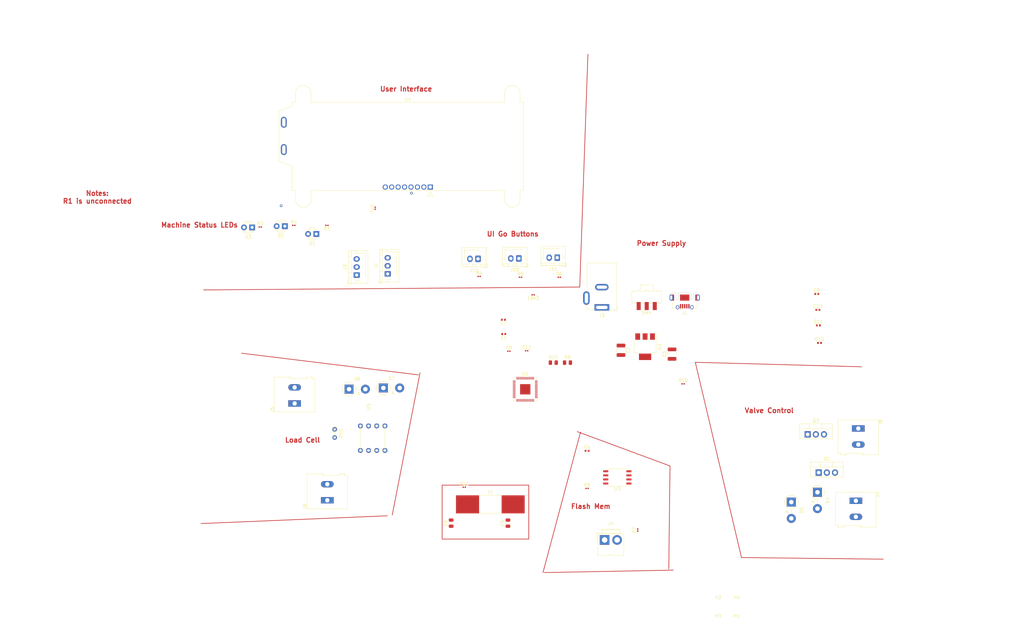
<source format=kicad_pcb>
(kicad_pcb (version 20211014) (generator pcbnew)
  (layers (0 "F.Cu" signal) (31 "B.Cu" signal) (34 "B.Paste" user) (35 "F.Paste" user) (36 "B.SilkS" user "B.Silkscreen") (37 "F.SilkS" user "F.Silkscreen") (38 "B.Mask" user) (39 "F.Mask" user) (44 "Edge.Cuts" user))
  (net 0 "")
  (net 1 "Net-(1u1-Pad1)")
  (net 2 "Net-(1u1-Pad2)")
  (net 3 "+3.3V")
  (net 4 "/S_SCL")
  (net 5 "GND")
  (net 6 "Net-(C1-Pad2)")
  (net 7 "Net-(C2-Pad1)")
  (net 8 "Net-(C5-Pad2)")
  (net 9 "Net-(C6-Pad2)")
  (net 10 "Net-(D1-Pad1)")
  (net 11 "/LED1")
  (net 12 "Net-(D2-Pad1)")
  (net 13 "/LED2")
  (net 14 "Net-(D3-Pad1)")
  (net 15 "/LED3")
  (net 16 "Net-(J7-Pad1)")
  (net 17 "Net-(D5-Pad1)")
  (net 18 "/ADC0")
  (net 19 "Net-(J1-Pad1)")
  (net 20 "/USB_D-")
  (net 21 "/USB_D+")
  (net 23 "+12V")
  (net 25 "Net-(J4-Pad2)")
  (net 26 "/Load_cell-")
  (net 27 "/Load_cell+")
  (net 28 "/V1")
  (net 29 "/V2")
  (net 31 "/SW1")
  (net 32 "/SW2")
  (net 33 "/SW3")
  (net 34 "/QSPI_SS")
  (net 35 "Net-(R9-Pad2)")
  (net 36 "/S_SDA")
  (net 37 "Net-(R11-Pad2)")
  (net 38 "Net-(R12-Pad1)")
  (net 39 "Net-(R12-Pad2)")
  (net 40 "Net-(R15-Pad2)")
  (net 41 "/P1")
  (net 42 "/P2")
  (net 64 "/QSPI_SD3")
  (net 65 "/QSPI_SCLK")
  (net 66 "/QSPI_SD0")
  (net 67 "/QSPI_SD2")
  (net 68 "/QSPI_SD1")
  (footprint "Crystal:Crystal_SMD_SeikoEpson_MA505-2Pin_12.7x5.1mm_HandSoldering" (layer "F.Cu") (at 91.4645 145.288)
    (fp_text reference "Y1" (at 0 -3.8) (layer "F.SilkS"))
    (fp_text value "Crystal")
    (pad "1" smd rect (at -7.0875 0) (size 7.175 5.6) (layers "F.Cu" "F.Paste" "F.Mask") (net 9 "Net-(C6-Pad2)"))
    (pad "2" smd rect (at 7.0875 0) (size 7.175 5.6) (layers "F.Cu" "F.Paste" "F.Mask") (net 8 "Net-(C5-Pad2)"))
  )
  (footprint "Diode_THT:D_5W_P5.08mm_Vertical_AnodeUp" (layer "F.Cu") (at 47.52395 109.474)
    (fp_text reference "D6" (at 2.54 -3.174899) (layer "F.SilkS"))
    (fp_text value "D")
    (fp_text user "A" (at 2.98 1.4) (layer "F.SilkS"))
    (pad "1" thru_hole rect (at 0 0) (size 2.8 2.8) (drill 1.4) (layers *.Cu *.Mask) (net 3 "+3.3V"))
    (pad "2" thru_hole oval (at 5.08 0) (size 2.8 2.8) (drill 1.4) (layers *.Cu *.Mask) (net 18 "/ADC0"))
  )
  (footprint "Display:NHD-C0220BiZ" (layer "F.Cu") (at 65.786 30.734)
    (fp_text reference "U4" (at 0 -11.43) (layer "F.SilkS"))
    (fp_text value "NHD-C0220BIZ")
    (pad "" np_thru_hole circle (at -32.5 -13.3) (size 2.5 2.5) (drill 2.5) (layers *.Cu *.Mask))
    (pad "" np_thru_hole circle (at -32.5 19.8) (size 2.5 2.5) (drill 2.5) (layers *.Cu *.Mask))
    (pad "" np_thru_hole circle (at 32.5 19.8) (size 2.5 2.5) (drill 2.5) (layers *.Cu *.Mask))
    (pad "" np_thru_hole circle (at 32.5 -13.3) (size 2.5 2.5) (drill 2.5) (layers *.Cu *.Mask))
    (pad "1" thru_hole rect (at 7 15.9) (size 1.6 1.6) (drill 1) (layers *.Cu *.Mask))
    (pad "2" thru_hole circle (at 5 15.9) (size 1.6 1.6) (drill 1) (layers *.Cu *.Mask) (net 4 "/S_SCL"))
    (pad "3" thru_hole circle (at 3 15.9) (size 1.6 1.6) (drill 1) (layers *.Cu *.Mask) (net 36 "/S_SDA"))
    (pad "4" thru_hole circle (at 1 15.9) (size 1.6 1.6) (drill 1) (layers *.Cu *.Mask) (net 5 "GND"))
    (pad "5" thru_hole circle (at -1 15.9) (size 1.6 1.6) (drill 1) (layers *.Cu *.Mask) (net 3 "+3.3V"))
    (pad "6" thru_hole circle (at -3 15.9) (size 1.6 1.6) (drill 1) (layers *.Cu *.Mask))
    (pad "7" thru_hole circle (at -5 15.9) (size 1.6 1.6) (drill 1) (layers *.Cu *.Mask) (net 1 "Net-(1u1-Pad1)"))
    (pad "8" thru_hole circle (at -7 15.9) (size 1.6 1.6) (drill 1) (layers *.Cu *.Mask) (net 2 "Net-(1u1-Pad2)"))
    (pad "9" thru_hole oval (at -38.55 4.25) (size 1.8 3.4) (drill oval 1 2.6) (layers *.Cu *.Mask) (net 3 "+3.3V"))
    (pad "10" thru_hole oval (at -38.55 -4.25) (size 1.8 3.4) (drill oval 1 2.6) (layers *.Cu *.Mask) (net 5 "GND"))
  )
  (footprint "Resistor_SMD:R_0201_0603Metric" (layer "F.Cu") (at 151.384 107.823)
    (fp_text reference "R10" (at 0 -1.05) (layer "F.SilkS"))
    (fp_text value "R")
    (pad "1" smd roundrect (at -0.32 0) (size 0.46 0.4) (layers "F.Cu" "F.Mask") (net 3 "+3.3V"))
    (pad "2" smd roundrect (at 0.32 0) (size 0.46 0.4) (layers "F.Cu" "F.Mask") (net 36 "/S_SDA"))
  )
  (footprint "Amplifier_Instrumentation:AD622" (layer "F.Cu") (at 53.594 115.822)
    (fp_text reference "U5" (at 0 -0.887 90 unlocked) (layer "F.SilkS"))
    (fp_text value "AD622")
    (pad "1" thru_hole circle (at -2.54 12.7) (size 1.524 1.524) (drill 0.762) (layers *.Cu *.Mask) (net 39 "Net-(R12-Pad2)"))
    (pad "2" thru_hole circle (at 0 12.7) (size 1.524 1.524) (drill 0.762) (layers *.Cu *.Mask) (net 27 "/Load_cell+"))
    (pad "3" thru_hole circle (at 2.54 12.7) (size 1.524 1.524) (drill 0.762) (layers *.Cu *.Mask) (net 26 "/Load_cell-"))
    (pad "4" thru_hole circle (at 5.08 12.7) (size 1.524 1.524) (drill 0.762) (layers *.Cu *.Mask) (net 5 "GND"))
    (pad "5" thru_hole circle (at 5.08 5.08) (size 1.524 1.524) (drill 0.762) (layers *.Cu *.Mask) (net 5 "GND"))
    (pad "6" thru_hole circle (at 2.54 5.08) (size 1.524 1.524) (drill 0.762) (layers *.Cu *.Mask) (net 18 "/ADC0"))
    (pad "7" thru_hole circle (at 0 5.08) (size 1.524 1.524) (drill 0.762) (layers *.Cu *.Mask) (net 23 "+12V"))
    (pad "8" thru_hole circle (at -2.54 5.08) (size 1.524 1.524) (drill 0.762) (layers *.Cu *.Mask) (net 38 "Net-(R12-Pad1)"))
  )
  (footprint "Connector_BarrelJack:BarrelJack_GCT_DCJ200-10-A_Horizontal" (layer "F.Cu") (at 126.126 84.049 180)
    (fp_text reference "J3" (at 0 -2.5 180) (layer "F.SilkS"))
    (fp_text value "Barrel_Jack_Switch")
    (pad "1" thru_hole rect (at 0 0 180) (size 4.6 2) (drill oval 3.6 1) (layers *.Cu *.Mask) (net 23 "+12V"))
    (pad "2" thru_hole oval (at 0 6.3 180) (size 4.2 2) (drill oval 3.2 1) (layers *.Cu *.Mask) (net 5 "GND"))
    (pad "3" thru_hole oval (at 4.8 2.9 180) (size 2 4.2) (drill oval 1 3.2) (layers *.Cu *.Mask))
  )
  (footprint "Resistor_SMD:R_0201_0603Metric" (layer "F.Cu") (at 137.287 153.289 90)
    (fp_text reference "R7" (at 0 -1.05 90) (layer "F.SilkS"))
    (fp_text value "1K")
    (pad "1" smd roundrect (at -0.32 0 90) (size 0.46 0.4) (layers "F.Cu" "F.Mask") (net 25 "Net-(J4-Pad2)"))
    (pad "2" smd roundrect (at 0.32 0 90) (size 0.46 0.4) (layers "F.Cu" "F.Mask") (net 34 "/QSPI_SS"))
  )
  (footprint "Connector:JWT_A3963_1x02_P3.96mm_Vertical" (layer "F.Cu") (at 126.9975 156.349)
    (fp_text reference "J4" (at 1.91 -5.08) (layer "F.SilkS"))
    (fp_text value "USB_BOOT")
    (pad "1" thru_hole rect (at 0 0) (size 3 3) (drill 1.75) (layers *.Cu *.Mask) (net 5 "GND"))
    (pad "2" thru_hole circle (at 3.88 0) (size 3 3) (drill 1.75) (layers *.Cu *.Mask) (net 25 "Net-(J4-Pad2)"))
  )
  (footprint "Diode_THT:D_5W_P5.08mm_Vertical_AnodeUp" (layer "F.Cu") (at 185.039 144.58095 -90)
    (fp_text reference "D5" (at 2.54 -3.174899 90) (layer "F.SilkS"))
    (fp_text value "DIODE")
    (fp_text user "A" (at 2.98 1.4 90) (layer "F.SilkS"))
    (pad "1" thru_hole rect (at 0 0 270) (size 2.8 2.8) (drill 1.4) (layers *.Cu *.Mask) (net 17 "Net-(D5-Pad1)"))
    (pad "2" thru_hole oval (at 5.08 0 270) (size 2.8 2.8) (drill 1.4) (layers *.Cu *.Mask) (net 23 "+12V"))
  )
  (footprint "Resistor_SMD:R_0201_0603Metric" (layer "F.Cu") (at 121.539 140.335)
    (fp_text reference "R8" (at 0 -1.05) (layer "F.SilkS"))
    (fp_text value "DNF")
    (pad "1" smd roundrect (at -0.32 0) (size 0.46 0.4) (layers "F.Cu" "F.Mask") (net 3 "+3.3V"))
    (pad "2" smd roundrect (at 0.32 0) (size 0.46 0.4) (layers "F.Cu" "F.Mask") (net 34 "/QSPI_SS"))
  )
  (footprint "Resistor_SMD:R_0201_0603Metric" (layer "F.Cu") (at 40.64 58.547 180)
    (fp_text reference "R1" (at 0 -1.05) (layer "F.SilkS"))
    (fp_text value "1K")
    (pad "1" smd roundrect (at -0.32 0 180) (size 0.46 0.4) (layers "F.Cu" "F.Mask"))
    (pad "2" smd roundrect (at 0.32 0 180) (size 0.46 0.4) (layers "F.Cu" "F.Mask") (net 10 "Net-(D1-Pad1)"))
  )
  (footprint "TerminalBlock:TerminalBlock_Altech_AK300-2_P5.00mm" (layer "F.Cu") (at 205.105 144.174 -90)
    (fp_text reference "J7" (at -1.92 -6.99 90) (layer "F.SilkS"))
    (fp_text value "Inductor 1")
    (pad "1" thru_hole rect (at 0 0 270) (size 1.98 3.96) (drill 1.32) (layers *.Cu *.Mask) (net 16 "Net-(J7-Pad1)"))
    (pad "2" thru_hole oval (at 5 0 270) (size 1.98 3.96) (drill 1.32) (layers *.Cu *.Mask) (net 23 "+12V"))
  )
  (footprint "Connector_JST:JST_XH_B3B-XH-AM_1x03_P2.50mm_Vertical" (layer "F.Cu") (at 49.894 74.001 90)
    (fp_text reference "J9" (at 2.5 -3.55 90) (layer "F.SilkS"))
    (fp_text value "Pot 2")
    (pad "" np_thru_hole circle (at -1.6 2 90) (size 1.2 1.2) (drill 1.2) (layers *.Cu *.Mask))
    (pad "1" thru_hole roundrect (at 0 0 90) (size 1.7 1.95) (drill 0.95) (layers *.Cu *.Mask) (roundrect_rratio 0.147059) (net 5 "GND"))
    (pad "2" thru_hole oval (at 2.5 0 90) (size 1.7 1.95) (drill 0.95) (layers *.Cu *.Mask) (net 42 "/P2"))
    (pad "3" thru_hole oval (at 5 0 90) (size 1.7 1.95) (drill 0.95) (layers *.Cu *.Mask) (net 3 "+3.3V"))
  )
  (footprint "Package_TO_SOT_SMD:SOT-223-3_TabPin2" (layer "F.Cu") (at 139.573 96.266 -90)
    (fp_text reference "U2" (at 0 -4.5 90) (layer "F.SilkS"))
    (fp_text value "NCP1117-3.3_SOT223")
    (pad "1" smd rect (at -3.15 -2.3 270) (size 2 1.5) (layers "F.Cu" "F.Paste" "F.Mask") (net 5 "GND"))
    (pad "2" smd rect (at -3.15 0 270) (size 2 1.5) (layers "F.Cu" "F.Paste" "F.Mask") (net 3 "+3.3V"))
    (pad "2" smd rect (at 3.15 0 270) (size 2 3.8) (layers "F.Cu" "F.Paste" "F.Mask") (net 3 "+3.3V"))
    (pad "3" smd rect (at -3.15 2.3 270) (size 2 1.5) (layers "F.Cu" "F.Paste" "F.Mask") (net 7 "Net-(C2-Pad1)"))
  )
  (footprint "Resistor_SMD:R_0201_0603Metric" (layer "F.Cu") (at 30.353 58.547)
    (fp_text reference "R2" (at 0 -1.05) (layer "F.SilkS"))
    (fp_text value "1K")
    (pad "1" smd roundrect (at -0.32 0) (size 0.46 0.4) (layers "F.Cu" "F.Mask") (net 5 "GND"))
    (pad "2" smd roundrect (at 0.32 0) (size 0.46 0.4) (layers "F.Cu" "F.Mask") (net 12 "Net-(D2-Pad1)"))
  )
  (footprint "TerminalBlock:TerminalBlock_Altech_AK300-2_P5.00mm" (layer "F.Cu") (at 205.867 121.695 -90)
    (fp_text reference "J8" (at -1.92 -6.99 90) (layer "F.SilkS"))
    (fp_text value "Inductor 2")
    (pad "1" thru_hole rect (at 0 0 270) (size 1.98 3.96) (drill 1.32) (layers *.Cu *.Mask) (net 17 "Net-(D5-Pad1)"))
    (pad "2" thru_hole oval (at 5 0 270) (size 1.98 3.96) (drill 1.32) (layers *.Cu *.Mask) (net 23 "+12V"))
  )
  (footprint "Resistor_SMD:R_0201_0603Metric" (layer "F.Cu") (at 104.775 80.137 180)
    (fp_text reference "10k2" (at 0 -1.05) (layer "F.SilkS"))
    (fp_text value "R")
    (pad "1" smd roundrect (at -0.32 0 180) (size 0.46 0.4) (layers "F.Cu" "F.Mask") (net 3 "+3.3V"))
    (pad "2" smd roundrect (at 0.32 0 180) (size 0.46 0.4) (layers "F.Cu" "F.Mask") (net 4 "/S_SCL"))
  )
  (footprint "LED_THT:LED_D3.0mm" (layer "F.Cu") (at 17.404 59.182 180)
    (fp_text reference "D3" (at 1.27 -2.96) (layer "F.SilkS"))
    (fp_text value "LED")
    (pad "1" thru_hole rect (at 0 0 180) (size 1.8 1.8) (drill 0.9) (layers *.Cu *.Mask) (net 14 "Net-(D3-Pad1)"))
    (pad "2" thru_hole circle (at 2.54 0 180) (size 1.8 1.8) (drill 0.9) (layers *.Cu *.Mask) (net 15 "/LED3"))
  )
  (footprint "Resistor_SMD:R_0201_0603Metric" (layer "F.Cu") (at 19.939 59.055)
    (fp_text reference "R3" (at 0 -1.05) (layer "F.SilkS"))
    (fp_text value "1K")
    (pad "1" smd roundrect (at -0.32 0) (size 0.46 0.4) (layers "F.Cu" "F.Mask") (net 5 "GND"))
    (pad "2" smd roundrect (at 0.32 0) (size 0.46 0.4) (layers "F.Cu" "F.Mask") (net 14 "Net-(D3-Pad1)"))
  )
  (footprint "LED_THT:LED_D3.0mm" (layer "F.Cu") (at 37.343 61.214 180)
    (fp_text reference "D1" (at 1.27 -2.96) (layer "F.SilkS"))
    (fp_text value "LED")
    (pad "1" thru_hole rect (at 0 0 180) (size 1.8 1.8) (drill 0.9) (layers *.Cu *.Mask) (net 10 "Net-(D1-Pad1)"))
    (pad "2" thru_hole circle (at 2.54 0 180) (size 1.8 1.8) (drill 0.9) (layers *.Cu *.Mask) (net 11 "/LED1"))
  )
  (footprint "Capacitor_SMD:C_0201_0603Metric" (layer "F.Cu") (at 55.626 53.213 90)
    (fp_text reference "1u1" (at 0 -1.05 90) (layer "F.SilkS"))
    (fp_text value "C")
    (pad "1" smd roundrect (at -0.32 0 90) (size 0.46 0.4) (layers "F.Cu" "F.Mask") (net 1 "Net-(1u1-Pad1)"))
    (pad "2" smd roundrect (at 0.32 0 90) (size 0.46 0.4) (layers "F.Cu" "F.Mask") (net 2 "Net-(1u1-Pad2)"))
  )
  (footprint "MountingHole:MountingHole_2.1mm" (layer "F.Cu") (at 162.271 183.184)
    (fp_text reference "H3" (at 0 -3.2) (layer "F.SilkS"))
    (fp_text value "MountingHole")
    (pad "" np_thru_hole circle (at 0 0) (size 2.1 2.1) (drill 2.1) (layers *.Cu *.Mask))
  )
  (footprint "LED_THT:LED_D3.0mm" (layer "F.Cu") (at 27.559 58.801 180)
    (fp_text reference "D2" (at 1.27 -2.96) (layer "F.SilkS"))
    (fp_text value "LED")
    (pad "1" thru_hole rect (at 0 0 180) (size 1.8 1.8) (drill 0.9) (layers *.Cu *.Mask) (net 12 "Net-(D2-Pad1)"))
    (pad "2" thru_hole circle (at 2.54 0 180) (size 1.8 1.8) (drill 0.9) (layers *.Cu *.Mask) (net 13 "/LED2"))
  )
  (footprint "Capacitor_SMD:C_0805_2012Metric" (layer "F.Cu") (at 79.2725 151.13 90)
    (fp_text reference "C6" (at 0 -1.68 90) (layer "F.SilkS"))
    (fp_text value "27p")
    (pad "1" smd roundrect (at -0.95 0 90) (size 1 1.45) (layers "F.Cu" "F.Paste" "F.Mask") (net 5 "GND"))
    (pad "2" smd roundrect (at 0.95 0 90) (size 1 1.45) (layers "F.Cu" "F.Paste" "F.Mask") (net 9 "Net-(C6-Pad2)"))
  )
  (footprint "Resistor_THT:R_Axial_DIN0204_L3.6mm_D1.6mm_P2.54mm_Vertical" (layer "F.Cu") (at 43.053 121.97 -90)
    (fp_text reference "R12" (at 1.27 -1.92 90) (layer "F.SilkS"))
    (fp_text value "R")
    (pad "1" thru_hole circle (at 0 0 270) (size 1.4 1.4) (drill 0.7) (layers *.Cu *.Mask) (net 38 "Net-(R12-Pad1)"))
    (pad "2" thru_hole oval (at 2.54 0 270) (size 1.4 1.4) (drill 0.7) (layers *.Cu *.Mask) (net 39 "Net-(R12-Pad2)"))
  )
  (footprint "Connector_JST:JST_XH_B2B-XH-AM_1x02_P2.50mm_Vertical" (layer "F.Cu") (at 87.63 68.961 180)
    (fp_text reference "J12" (at 1.25 -3.55) (layer "F.SilkS"))
    (fp_text value "Switch 1")
    (pad "" np_thru_hole circle (at -1.6 2 180) (size 1.2 1.2) (drill 1.2) (layers *.Cu *.Mask))
    (pad "1" thru_hole roundrect (at 0 0 180) (size 1.7 2) (drill 1) (layers *.Cu *.Mask) (roundrect_rratio 0.147059) (net 31 "/SW1"))
    (pad "2" thru_hole oval (at 2.5 0 180) (size 1.7 2) (drill 1) (layers *.Cu *.Mask) (net 5 "GND"))
  )
  (footprint "MountingHole:MountingHole_2.1mm" (layer "F.Cu") (at 168.021 177.434)
    (fp_text reference "H4" (at 0 -3.2) (layer "F.SilkS"))
    (fp_text value "MountingHole")
    (pad "" np_thru_hole circle (at 0 0) (size 2.1 2.1) (drill 2.1) (layers *.Cu *.Mask))
  )
  (footprint "MountingHole:MountingHole_2.1mm" (layer "F.Cu") (at 168.021 183.184)
    (fp_text reference "H1" (at 0 -3.2) (layer "F.SilkS"))
    (fp_text value "MountingHole")
    (pad "" np_thru_hole circle (at 0 0) (size 2.1 2.1) (drill 2.1) (layers *.Cu *.Mask))
  )
  (footprint "Capacitor_SMD:C_0402_1005Metric" (layer "F.Cu") (at 121.539 128.651)
    (fp_text reference "C4" (at 0 -1.16) (layer "F.SilkS"))
    (fp_text value "100n")
    (pad "1" smd roundrect (at -0.48 0) (size 0.56 0.62) (layers "F.Cu" "F.Paste" "F.Mask") (net 3 "+3.3V"))
    (pad "2" smd roundrect (at 0.48 0) (size 0.56 0.62) (layers "F.Cu" "F.Paste" "F.Mask") (net 5 "GND"))
  )
  (footprint "Capacitor_SMD:C_0805_2012Metric" (layer "F.Cu") (at 96.9255 151.13 90)
    (fp_text reference "C5" (at 0 -1.68 90) (layer "F.SilkS"))
    (fp_text value "27p")
    (pad "1" smd roundrect (at -0.95 0 90) (size 1 1.45) (layers "F.Cu" "F.Paste" "F.Mask") (net 5 "GND"))
    (pad "2" smd roundrect (at 0.95 0 90) (size 1 1.45) (layers "F.Cu" "F.Paste" "F.Mask") (net 8 "Net-(C5-Pad2)"))
  )
  (footprint "Connector_USB:USB_Micro-AB_Molex_47590-0001" (layer "F.Cu") (at 151.892 81.001 180)
    (fp_text reference "J1" (at 0 -4.8) (layer "F.SilkS"))
    (fp_text value "USB_B_Micro")
    (fp_line (start 2.8 1.45) (end 3.75 1.45) (layer "Edge.Cuts") (width 0.1))
    (fp_line (start -1.95 -0.125) (end -1.95 1.45) (layer "Edge.Cuts") (width 0.1))
    (fp_line (start 2.8 -0.125) (end 2.8 1.45) (layer "Edge.Cuts") (width 0.1))
    (fp_line (start 1.95 -0.125) (end 1.95 1.45) (layer "Edge.Cuts") (width 0.1))
    (fp_line (start -2.8 -0.125) (end -2.8 1.45) (layer "Edge.Cuts") (width 0.1))
    (fp_line (start -3.75 1.45) (end -2.8 1.45) (layer "Edge.Cuts") (width 0.1))
    (fp_line (start -1.95 1.45) (end 1.95 1.45) (layer "Edge.Cuts") (width 0.1))
    (fp_arc (start -2.8 -0.125) (mid -2.375 -0.55) (end -1.95 -0.125) (layer "Edge.Cuts") (width 0.1))
    (fp_arc (start 1.95 -0.125) (mid 2.375 -0.55) (end 2.8 -0.125) (layer "Edge.Cuts") (width 0.1))
    (pad "1" smd rect (at 1.3 -2.675 180) (size 0.4 1.35) (layers "F.Cu" "F.Paste" "F.Mask") (net 19 "Net-(J1-Pad1)"))
    (pad "2" smd rect (at 0.65 -2.675 180) (size 0.4 1.35) (layers "F.Cu" "F.Paste" "F.Mask") (net 20 "/USB_D-"))
    (pad "3" smd rect (at 0 -2.675 180) (size 0.4 1.35) (layers "F.Cu" "F.Paste" "F.Mask") (net 21 "/USB_D+"))
    (pad "4" smd rect (at -0.65 -2.675 180) (size 0.4 1.35) (layers "F.Cu" "F.Paste" "F.Mask"))
    (pad "5" smd rect (at -1.3 -2.675 180) (size 0.4 1.35) (layers "F.Cu" "F.Paste" "F.Mask") (net 5 "GND"))
    (pad "6" thru_hole oval (at -2.225 -3 180) (size 1.05 1.25) (drill oval 0.65 0.85) (layers *.Cu *.Mask) (net 5 "GND"))
    (pad "6" thru_hole oval (at 4.175 0 180) (size 1 1.9) (drill oval 0.6 1.3) (layers *.Cu *.Mask) (net 5 "GND"))
    (pad "6" thru_hole oval (at 2.225 -3 180) (size 1.05 1.25) (drill oval 0.65 0.85) (layers *.Cu *.Mask) (net 5 "GND"))
    (pad "6" smd rect (at -3.7375 0 180) (size 0.875 1.9) (layers "F.Cu" "F.Mask") (net 5 "GND"))
    (pad "6" thru_hole oval (at -4.175 0 180) (size 1 1.9) (drill oval 0.6 1.3) (layers *.Cu *.Mask) (net 5 "GND"))
    (pad "6" smd rect (at 3.7375 0 180) (size 0.875 1.9) (layers "F.Cu" "F.Mask") (net 5 "GND"))
    (pad "6" smd rect (at 0 0 180) (size 2.9 1.9) (layers "F.Cu" "F.Paste" "F.Mask") (net 5 "GND"))
  )
  (footprint "Resistor_SMD:R_0201_0603Metric" (layer "F.Cu") (at 83.3365 139.954)
    (fp_text reference "R11" (at 0 -1.05) (layer "F.SilkS"))
    (fp_text value "1k")
    (pad "1" smd roundrect (at -0.32 0) (size 0.46 0.4) (layers "F.Cu" "F.Mask") (net 9 "Net-(C6-Pad2)"))
    (pad "2" smd roundrect (at 0.32 0) (size 0.46 0.4) (layers "F.Cu" "F.Mask") (net 37 "Net-(R11-Pad2)"))
  )
  (footprint "Connector_JST:JST_XH_B2B-XH-AM_1x02_P2.50mm_Vertical" (layer "F.Cu") (at 112.268 68.58 180)
    (fp_text reference "J11" (at 1.25 -3.55) (layer "F.SilkS"))
    (fp_text value "Switch 3")
    (pad "" np_thru_hole circle (at -1.6 2 180) (size 1.2 1.2) (drill 1.2) (layers *.Cu *.Mask))
    (pad "1" thru_hole roundrect (at 0 0 180) (size 1.7 2) (drill 1) (layers *.Cu *.Mask) (roundrect_rratio 0.147059) (net 33 "/SW3"))
    (pad "2" thru_hole oval (at 2.5 0 180) (size 1.7 2) (drill 1) (layers *.Cu *.Mask) (net 5 "GND"))
  )
  (footprint "Package_DFN_QFN:QFN-56-1EP_7x7mm_P0.4mm_EP3.2x3.2mm" (layer "F.Cu") (at 102.3095 109.51)
    (fp_text reference "U1" (at 0 -4.82) (layer "F.SilkS"))
    (fp_text value "RP2040")
    (pad "1" smd roundrect locked (at -3.4375 -2.6) (size 0.875 0.2) (layers "F.Cu" "F.Paste" "F.Mask") (net 3 "+3.3V"))
    (pad "2" smd roundrect locked (at -3.4375 -2.2) (size 0.875 0.2) (layers "F.Cu" "F.Paste" "F.Mask") (net 28 "/V1"))
    (pad "3" smd roundrect locked (at -3.4375 -1.8) (size 0.875 0.2) (layers "F.Cu" "F.Paste" "F.Mask") (net 29 "/V2"))
    (pad "4" smd roundrect locked (at -3.4375 -1.4) (size 0.875 0.2) (layers "F.Cu" "F.Paste" "F.Mask"))
    (pad "5" smd roundrect locked (at -3.4375 -1) (size 0.875 0.2) (layers "F.Cu" "F.Paste" "F.Mask"))
    (pad "6" smd roundrect locked (at -3.4375 -0.6) (size 0.875 0.2) (layers "F.Cu" "F.Paste" "F.Mask") (net 36 "/S_SDA"))
    (pad "7" smd roundrect locked (at -3.4375 -0.2) (size 0.875 0.2) (layers "F.Cu" "F.Paste" "F.Mask") (net 4 "/S_SCL"))
    (pad "8" smd roundrect locked (at -3.4375 0.2) (size 0.875 0.2) (layers "F.Cu" "F.Paste" "F.Mask") (net 11 "/LED1"))
    (pad "9" smd roundrect locked (at -3.4375 0.6) (size 0.875 0.2) (layers "F.Cu" "F.Paste" "F.Mask") (net 13 "/LED2"))
    (pad "10" smd roundrect locked (at -3.4375 1) (size 0.875 0.2) (layers "F.Cu" "F.Paste" "F.Mask") (net 3 "+3.3V"))
    (pad "11" smd roundrect locked (at -3.4375 1.4) (size 0.875 0.2) (layers "F.Cu" "F.Paste" "F.Mask") (net 15 "/LED3"))
    (pad "12" smd roundrect locked (at -3.4375 1.8) (size 0.875 0.2) (layers "F.Cu" "F.Paste" "F.Mask") (net 31 "/SW1"))
    (pad "13" smd roundrect locked (at -3.4375 2.2) (size 0.875 0.2) (layers "F.Cu" "F.Paste" "F.Mask") (net 32 "/SW2"))
    (pad "14" smd roundrect locked (at -3.4375 2.6) (size 0.875 0.2) (layers "F.Cu" "F.Paste" "F.Mask") (net 33 "/SW3"))
    (pad "15" smd roundrect locked (at -2.6 3.4375) (size 0.2 0.875) (layers "F.Cu" "F.Paste" "F.Mask"))
    (pad "16" smd roundrect locked (at -2.2 3.4375) (size 0.2 0.875) (layers "F.Cu" "F.Paste" "F.Mask"))
    (pad "17" smd roundrect locked (at -1.8 3.4375) (size 0.2 0.875) (layers "F.Cu" "F.Paste" "F.Mask"))
    (pad "18" smd roundrect locked (at -1.4 3.4375) (size 0.2 0.875) (layers "F.Cu" "F.Paste" "F.Mask"))
    (pad "19" smd roundrect locked (at -1 3.4375) (size 0.2 0.875) (layers "F.Cu" "F.Paste" "F.Mask"))
    (pad "20" smd roundrect locked (at -0.6 3.4375) (size 0.2 0.875) (layers "F.Cu" "F.Paste" "F.Mask") (net 8 "Net-(C5-Pad2)"))
    (pad "21" smd roundrect locked (at -0.2 3.4375) (size 0.2 0.875) (layers "F.Cu" "F.Paste" "F.Mask") (net 37 "Net-(R11-Pad2)"))
    (pad "22" smd roundrect locked (at 0.2 3.4375) (size 0.2 0.875) (layers "F.Cu" "F.Paste" "F.Mask") (net 3 "+3.3V"))
    (pad "23" smd roundrect locked (at 0.6 3.4375) (size 0.2 0.875) (layers "F.Cu" "F.Paste" "F.Mask") (net 6 "Net-(C1-Pad2)"))
    (pad "24" smd roundrect locked (at 1 3.4375) (size 0.2 0.875) (layers "F.Cu" "F.Paste" "F.Mask"))
    (pad "25" smd roundrect locked (at 1.4 3.4375) (size 0.2 0.875) (layers "F.Cu" "F.Paste" "F.Mask"))
    (pad "26" smd roundrect locked (at 1.8 3.4375) (size 0.2 0.875) (layers "F.Cu" "F.Paste" "F.Mask"))
    (pad "27" smd roundrect locked (at 2.2 3.4375) (size 0.2 0.875) (layers "F.Cu" "F.Paste" "F.Mask"))
    (pad "28" smd roundrect locked (at 2.6 3.4375) (size 0.2 0.875) (layers "F.Cu" "F.Paste" "F.Mask"))
    (pad "29" smd roundrect locked (at 3.4375 2.6) (size 0.875 0.2) (layers "F.Cu" "F.Paste" "F.Mask"))
    (pad "30" smd roundrect locked (at 3.4375 2.2) (size 0.875 0.2) (layers "F.Cu" "F.Paste" "F.Mask"))
    (pad "31" smd roundrect locked (at 3.4375 1.8) (size 0.875 0.2) (layers "F.Cu" "F.Paste" "F.Mask"))
    (pad "32" smd roundrect locked (at 3.4375 1.4) (size 0.875 0.2) (layers "F.Cu" "F.Paste" "F.Mask"))
    (pad "33" smd roundrect locked (at 3.4375 1) (size 0.875 0.2) (layers "F.Cu" "F.Paste" "F.Mask") (net 3 "+3.3V"))
    (pad "34" smd roundrect locked (at 3.4375 0.6) (size 0.875 0.2) (layers "F.Cu" "F.Paste" "F.Mask"))
    (pad "35" smd roundrect locked (at 3.4375 0.2) (size 0.875 0.2) (layers "F.Cu" "F.Paste" "F.Mask"))
    (pad "36" smd roundrect locked (at 3.4375 -0.2) (size 0.875 0.2) (layers "F.Cu" "F.Paste" "F.Mask"))
    (pad "37" smd roundrect locked (at 3.4375 -0.6) (size 0.875 0.2) (layers "F.Cu" "F.Paste" "F.Mask"))
    (pad "38" smd roundrect locked (at 3.4375 -1) (size 0.875 0.2) (layers "F.Cu" "F.Paste" "F.Mask") (net 18 "/ADC0"))
    (pad "39" smd roundrect locked (at 3.4375 -1.4) (size 0.875 0.2) (layers "F.Cu" "F.Paste" "F.Mask") (net 41 "/P1"))
    (pad "40" smd roundrect locked (at 3.4375 -1.8) (size 0.875 0.2) (layers "F.Cu" "F.Paste" "F.Mask") (net 42 "/P2"))
    (pad "41" smd roundrect locked (at 3.4375 -2.2) (size 0.875 0.2) (layers "F.Cu" "F.Paste" "F.Mask"))
    (pad "42" smd roundrect locked (at 3.4375 -2.6) (size 0.875 0.2) (layers "F.Cu" "F.Paste" "F.Mask") (net 3 "+3.3V"))
    (pad "43" smd roundrect locked (at 2.6 -3.4375) (size 0.2 0.875) (layers "F.Cu" "F.Paste" "F.Mask") (net 3 "+3.3V"))
    (pad "44" smd roundrect locked (at 2.2 -3.4375) (size 0.2 0.875) (layers "F.Cu" "F.Paste" "F.Mask") (net 3 "+3.3V"))
    (pad "45" smd roundrect locked (at 1.8 -3.4375) (size 0.2 0.875) (layers "F.Cu" "F.Paste" "F.Mask") (net 6 "Net-(C1-Pad2)"))
    (pad "46" smd roundrect locked (at 1.4 -3.4375) (size 0.2 0.875) (layers "F.Cu" "F.Paste" "F.Mask") (net 40 "Net-(R15-Pad2)"))
    (pad "47" smd roundrect locked (at 1 -3.4375) (size 0.2 0.875) (layers "F.Cu" "F.Paste" "F.Mask") (net 35 "Net-(R9-Pad2)"))
    (pad "48" smd roundrect locked (at 0.6 -3.4375) (size 0.2 0.875) (layers "F.Cu" "F.Paste" "F.Mask") (net 3 "+3.3V"))
    (pad "49" smd roundrect locked (at 0.2 -3.4375) (size 0.2 0.875) (layers "F.Cu" "F.Paste" "F.Mask") (net 3 "+3.3V"))
    (pad "50" smd roundrect locked (at -0.2 -3.4375) (size 0.2 0.875) (layers "F.Cu" "F.Paste" "F.Mask") (net 6 "Net-(C1-Pad2)"))
    (pad "51" smd roundrect locked (at -0.6 -3.4375) (size 0.2 0.875) (layers "F.Cu" "F.Paste" "F.Mask") (net 64 "/QSPI_SD3"))
    (pad "52" smd roundrect locked (at -1 -3.4375) (size 0.2 0.875) (layers "F.Cu" "F.Paste" "F.Mask") (net 65 "/QSPI_SCLK"))
    (pad "53" smd roundrect locked (at -1.4 -3.4375) (size 0.2 0.875) (layers "F.Cu" "F.Paste" "F.Mask") (net 66 "/QSPI_SD0"))
    (pad "54" smd roundrect locked (at -1.8 -3.4375) (size 0.2 0.875) (layers "F.Cu" "F.Paste" "F.Mask") (net 67 "/QSPI_SD2"))
    (pad "55" smd roundrect locked (at -2.2 -3.4375) (size 0.2 0.875) (layers "F.Cu" "F.Paste" "F.Mask") (net 68 "/QSPI_SD1"))
    (pad "56" smd roundrect locked (at -2.6 -3.4375) (size 0.2 0.875) (layers "F.Cu" "F.Paste" "F.Mask") (net 34 "/QSPI_SS"))
    (pad "57" smd rect locked (at 0 0) (size 3.2 3.2) (layers "F.Cu" "F.Mask") (net 5 "GND"))
  )
  (footprint "Resistor_SMD:R_0805_2012Metric" (layer "F.Cu") (at 115.443 101.219)
    (fp_text reference "R9" (at 0 -1.65) (layer "F.SilkS"))
    (fp_text value "27")
    (pad "1" smd roundrect (at -0.9125 0) (size 1.025 1.4) (layers "F.Cu" "F.Paste" "F.Mask") (roundrect_rratio 0.243902) (net 21 "/USB_D+"))
    (pad "2" smd roundrect (at 0.9125 0) (size 1.025 1.4) (layers "F.Cu" "F.Paste" "F.Mask") (roundrect_rratio 0.243902) (net 35 "Net-(R9-Pad2)"))
  )
  (footprint "Capacitor_SMD:C_0201_0603Metric" (layer "F.Cu") (at 97.221 97.663)
    (fp_text reference "C8" (at 0 -1.05) (layer "F.SilkS"))
    (fp_text value "1u")
    (pad "1" smd roundrect (at -0.32 0) (size 0.46 0.4) (layers "F.Cu" "F.Mask") (net 6 "Net-(C1-Pad2)"))
    (pad "2" smd roundrect (at 0.32 0) (size 0.46 0.4) (layers "F.Cu" "F.Mask") (net 5 "GND"))
  )
  (footprint "Button_Switch_SMD:SW_SPDT_CK-JS102011SAQN" (layer "F.Cu") (at 140.081 80.874 180)
    (fp_text reference "SW4" (at 0 -4.8) (layer "F.SilkS"))
    (fp_text value "SW_SPDT")
    (pad "" np_thru_hole circle (at 3.4 0 180) (size 0.9 0.9) (drill 0.9) (layers *.Cu *.Mask))
    (pad "" np_thru_hole circle (at -3.4 0 180) (size 0.9 0.9) (drill 0.9) (layers *.Cu *.Mask))
    (pad "1" smd rect (at -2.5 -2.75 180) (size 1.25 2.5) (layers "F.Cu" "F.Paste" "F.Mask") (net 19 "Net-(J1-Pad1)"))
    (pad "2" smd rect (at 0 -2.75 180) (size 1.25 2.5) (layers "F.Cu" "F.Paste" "F.Mask") (net 7 "Net-(C2-Pad1)"))
    (pad "3" smd rect (at 2.5 -2.75 180) (size 1.25 2.5) (layers "F.Cu" "F.Paste" "F.Mask") (net 23 "+12V"))
  )
  (footprint "Package_TO_SOT_THT:TO-220-3_Vertical" (layer "F.Cu") (at 190.119 123.529)
    (fp_text reference "Q2" (at 2.54 -4.27) (layer "F.SilkS"))
    (fp_text value "TIP120")
    (pad "1" thru_hole rect (at 0 0) (size 1.905 2) (drill 1.1) (layers *.Cu *.Mask) (net 29 "/V2"))
    (pad "2" thru_hole oval (at 2.54 0) (size 1.905 2) (drill 1.1) (layers *.Cu *.Mask) (net 17 "Net-(D5-Pad1)"))
    (pad "3" thru_hole oval (at 5.08 0) (size 1.905 2) (drill 1.1) (layers *.Cu *.Mask) (net 5 "GND"))
  )
  (footprint "Capacitor_SMD:C_0402_1005Metric" (layer "F.Cu") (at 193.449 89.637)
    (fp_text reference "C11" (at 0 -1.16) (layer "F.SilkS"))
    (fp_text value "100n")
    (pad "1" smd roundrect (at -0.48 0) (size 0.56 0.62) (layers "F.Cu" "F.Paste" "F.Mask") (net 5 "GND"))
    (pad "2" smd roundrect (at 0.48 0) (size 0.56 0.62) (layers "F.Cu" "F.Paste" "F.Mask") (net 3 "+3.3V"))
  )
  (footprint "Capacitor_SMD:C_0402_1005Metric" (layer "F.Cu") (at 193.802 95.098)
    (fp_text reference "C10" (at 0 -1.16) (layer "F.SilkS"))
    (fp_text value "100n")
    (pad "1" smd roundrect (at -0.48 0) (size 0.56 0.62) (layers "F.Cu" "F.Paste" "F.Mask") (net 5 "GND"))
    (pad "2" smd roundrect (at 0.48 0) (size 0.56 0.62) (layers "F.Cu" "F.Paste" "F.Mask") (net 3 "+3.3V"))
  )
  (footprint "Diode_THT:D_5W_P5.08mm_Vertical_AnodeUp" (layer "F.Cu") (at 193.167 141.53295 -90)
    (fp_text reference "D4" (at 2.54 -3.174899 90) (layer "F.SilkS"))
    (fp_text value "DIODE")
    (fp_text user "A" (at 2.98 1.4 90) (layer "F.SilkS"))
    (pad "1" thru_hole rect (at 0 0 270) (size 2.8 2.8) (drill 1.4) (layers *.Cu *.Mask) (net 16 "Net-(J7-Pad1)"))
    (pad "2" thru_hole oval (at 5.08 0 270) (size 2.8 2.8) (drill 1.4) (layers *.Cu *.Mask) (net 23 "+12V"))
  )
  (footprint "Capacitor_SMD:C_0201_0603Metric" (layer "F.Cu") (at 102.743 97.536)
    (fp_text reference "C12" (at 0 -1.05) (layer "F.SilkS"))
    (fp_text value "1u")
    (pad "1" smd roundrect (at -0.32 0) (size 0.46 0.4) (layers "F.Cu" "F.Mask") (net 3 "+3.3V"))
    (pad "2" smd roundrect (at 0.32 0) (size 0.46 0.4) (layers "F.Cu" "F.Mask") (net 5 "GND"))
  )
  (footprint "TerminalBlock:TerminalBlock_Altech_AK300-2_P5.00mm" (layer "F.Cu") (at 30.607 113.919 90)
    (fp_text reference "J5" (at -1.92 -6.99 90) (layer "F.SilkS"))
    (fp_text value "Load Cell Power")
    (pad "1" thru_hole rect (at 0 0 90) (size 1.98 3.96) (drill 1.32) (layers *.Cu *.Mask) (net 5 "GND"))
    (pad "2" thru_hole oval (at 5 0 90) (size 1.98 3.96) (drill 1.32) (layers *.Cu *.Mask) (net 23 "+12V"))
  )
  (footprint "Resistor_SMD:R_0201_0603Metric" (layer "F.Cu") (at 87.975 74.422)
    (fp_text reference "R4" (at 0 -1.05) (layer "F.SilkS"))
    (fp_text value "1K")
    (pad "1" smd roundrect (at -0.32 0) (size 0.46 0.4) (layers "F.Cu" "F.Mask") (net 31 "/SW1"))
    (pad "2" smd roundrect (at 0.32 0) (size 0.46 0.4) (layers "F.Cu" "F.Mask") (net 3 "+3.3V"))
  )
  (footprint "Capacitor_SMD:C_0402_1005Metric" (layer "F.Cu") (at 193.294 84.811)
    (fp_text reference "C13" (at 0 -1.16) (layer "F.SilkS"))
    (fp_text value "100n")
    (pad "1" smd roundrect (at -0.48 0) (size 0.56 0.62) (layers "F.Cu" "F.Paste" "F.Mask") (net 5 "GND"))
    (pad "2" smd roundrect (at 0.48 0) (size 0.56 0.62) (layers "F.Cu" "F.Paste" "F.Mask") (net 3 "+3.3V"))
  )
  (footprint "MountingHole:MountingHole_2.1mm" (layer "F.Cu") (at 162.271 177.434)
    (fp_text reference "H2" (at 0 -3.2) (layer "F.SilkS"))
    (fp_text value "MountingHole")
    (pad "" np_thru_hole circle (at 0 0) (size 2.1 2.1) (drill 2.1) (layers *.Cu *.Mask))
  )
  (footprint "Diode_THT:D_5W_P5.08mm_Vertical_AnodeUp" (layer "F.Cu") (at 58.19195 109.093)
    (fp_text reference "D7" (at 2.54 -2.921) (layer "F.SilkS"))
    (fp_text value "D")
    (fp_text user "A" (at 2.98 1.653899) (layer "F.SilkS"))
    (pad "1" thru_hole rect (at 0 0) (size 2.8 2.8) (drill 1.4) (layers *.Cu *.Mask) (net 18 "/ADC0"))
    (pad "2" thru_hole oval (at 5.08 0) (size 2.8 2.8) (drill 1.4) (layers *.Cu *.Mask) (net 5 "GND"))
  )
  (footprint "Resistor_SMD:R_0201_0603Metric" (layer "F.Cu") (at 112.903 74.676)
    (fp_text reference "R6" (at 0 -1.05) (layer "F.SilkS"))
    (fp_text value "1K")
    (pad "1" smd roundrect (at -0.32 0) (size 0.46 0.4) (layers "F.Cu" "F.Mask") (net 33 "/SW3"))
    (pad "2" smd roundrect (at 0.32 0) (size 0.46 0.4) (layers "F.Cu" "F.Mask") (net 3 "+3.3V"))
  )
  (footprint "Capacitor_SMD:C_1210_3225Metric" (layer "F.Cu") (at 132.08 97.384 -90)
    (fp_text reference "C2" (at 0 -2.3 90) (layer "F.SilkS"))
    (fp_text value "10u")
    (pad "1" smd roundrect (at -1.475 0 270) (size 1.15 2.7) (layers "F.Cu" "F.Paste" "F.Mask") (roundrect_rratio 0.217391) (net 7 "Net-(C2-Pad1)"))
    (pad "2" smd roundrect (at 1.475 0 270) (size 1.15 2.7) (layers "F.Cu" "F.Paste" "F.Mask") (roundrect_rratio 0.217391) (net 5 "GND"))
  )
  (footprint "Package_SO:SOIC-8_5.23x5.23mm_P1.27mm" (layer "F.Cu") (at 130.937 136.906 180)
    (fp_text reference "U3" (at 0 -3.56) (layer "F.SilkS"))
    (fp_text value "Flash Memory")
    (pad "1" smd roundrect (at -3.6 -1.905 180) (size 1.6 0.6) (layers "F.Cu" "F.Paste" "F.Mask") (net 34 "/QSPI_SS"))
    (pad "2" smd roundrect (at -3.6 -0.635 180) (size 1.6 0.6) (layers "F.Cu" "F.Paste" "F.Mask") (net 68 "/QSPI_SD1"))
    (pad "3" smd roundrect (at -3.6 0.635 180) (size 1.6 0.6) (layers "F.Cu" "F.Paste" "F.Mask") (net 67 "/QSPI_SD2"))
    (pad "4" smd roundrect (at -3.6 1.905 180) (size 1.6 0.6) (layers "F.Cu" "F.Paste" "F.Mask") (net 5 "GND"))
    (pad "5" smd roundrect (at 3.6 1.905 180) (size 1.6 0.6) (layers "F.Cu" "F.Paste" "F.Mask") (net 66 "/QSPI_SD0"))
    (pad "6" smd roundrect (at 3.6 0.635 180) (size 1.6 0.6) (layers "F.Cu" "F.Paste" "F.Mask") (net 65 "/QSPI_SCLK"))
    (pad "7" smd roundrect (at 3.6 -0.635 180) (size 1.6 0.6) (layers "F.Cu" "F.Paste" "F.Mask") (net 64 "/QSPI_SD3"))
    (pad "8" smd roundrect (at 3.6 -1.905 180) (size 1.6 0.6) (layers "F.Cu" "F.Paste" "F.Mask") (net 3 "+3.3V"))
  )
  (footprint "Resistor_SMD:R_0805_2012Metric" (layer "F.Cu") (at 111.033 101.219)
    (fp_text reference "R15" (at 0 -1.65) (layer "F.SilkS"))
    (fp_text value "27")
    (pad "1" smd roundrect (at -0.9125 0) (size 1.025 1.4) (layers "F.Cu" "F.Paste" "F.Mask") (roundrect_rratio 0.243902) (net 20 "/USB_D-"))
    (pad "2" smd roundrect (at 0.9125 0) (size 1.025 1.4) (layers "F.Cu" "F.Paste" "F.Mask") (roundrect_rratio 0.243902) (net 40 "Net-(R15-Pad2)"))
  )
  (footprint "Capacitor_SMD:C_0402_1005Metric" (layer "F.Cu") (at 192.964 79.858)
    (fp_text reference "C9" (at 0 -1.16) (layer "F.SilkS"))
    (fp_text value "100n")
    (pad "1" smd roundrect (at -0.48 0) (size 0.56 0.62) (layers "F.Cu" "F.Paste" "F.Mask") (net 5 "GND"))
    (pad "2" smd roundrect (at 0.48 0) (size 0.56 0.62) (layers "F.Cu" "F.Paste" "F.Mask") (net 3 "+3.3V"))
  )
  (footprint "Connector_JST:JST_XH_B2B-XH-AM_1x02_P2.50mm_Vertical" (layer "F.Cu") (at 100.33 68.834 180)
    (fp_text reference "J10" (at 1.25 -3.55) (layer "F.SilkS"))
    (fp_text value "Switch 2")
    (pad "" np_thru_hole circle (at -1.6 2 180) (size 1.2 1.2) (drill 1.2) (layers *.Cu *.Mask))
    (pad "1" thru_hole roundrect (at 0 0 180) (size 1.7 2) (drill 1) (layers *.Cu *.Mask) (roundrect_rratio 0.147059) (net 32 "/SW2"))
    (pad "2" thru_hole oval (at 2.5 0 180) (size 1.7 2) (drill 1) (layers *.Cu *.Mask) (net 5 "GND"))
  )
  (footprint "TerminalBlock:TerminalBlock_Altech_AK300-2_P5.00mm" (layer "F.Cu") (at 40.767 144.018 90)
    (fp_text reference "J6" (at -1.92 -6.99 90) (layer "F.SilkS"))
    (fp_text value "Load Cell Data")
    (pad "1" thru_hole rect (at 0 0 90) (size 1.98 3.96) (drill 1.32) (layers *.Cu *.Mask) (net 26 "/Load_cell-"))
    (pad "2" thru_hole oval (at 5 0 90) (size 1.98 3.96) (drill 1.32) (layers *.Cu *.Mask) (net 27 "/Load_cell+"))
  )
  (footprint "Resistor_SMD:R_0201_0603Metric" (layer "F.Cu") (at 100.838 74.676)
    (fp_text reference "R5" (at 0 -1.05) (layer "F.SilkS"))
    (fp_text value "1K")
    (pad "1" smd roundrect (at -0.32 0) (size 0.46 0.4) (layers "F.Cu" "F.Mask") (net 32 "/SW2"))
    (pad "2" smd roundrect (at 0.32 0) (size 0.46 0.4) (layers "F.Cu" "F.Mask") (net 3 "+3.3V"))
  )
  (footprint "Capacitor_SMD:C_0402_1005Metric" (layer "F.Cu") (at 95.631 92.329 180)
    (fp_text reference "C1" (at 0 -1.16) (layer "F.SilkS"))
    (fp_text value "100n")
    (pad "1" smd roundrect (at -0.48 0 180) (size 0.56 0.62) (layers "F.Cu" "F.Paste" "F.Mask") (net 5 "GND"))
    (pad "2" smd roundrect (at 0.48 0 180) (size 0.56 0.62) (layers "F.Cu" "F.Paste" "F.Mask") (net 6 "Net-(C1-Pad2)"))
  )
  (footprint "Connector_JST:JST_XH_B3B-XH-AM_1x03_P2.50mm_Vertical" (layer "F.Cu") (at 59.546 73.62 90)
    (fp_text reference "J2" (at 2.5 -3.55 90) (layer "F.SilkS"))
    (fp_text value "Pot 1")
    (pad "" np_thru_hole circle (at -1.6 2 90) (size 1.2 1.2) (drill 1.2) (layers *.Cu *.Mask))
    (pad "1" thru_hole roundrect (at 0 0 90) (size 1.7 1.95) (drill 0.95) (layers *.Cu *.Mask) (roundrect_rratio 0.147059) (net 5 "GND"))
    (pad "2" thru_hole oval (at 2.5 0 90) (size 1.7 1.95) (drill 0.95) (layers *.Cu *.Mask) (net 41 "/P1"))
    (pad "3" thru_hole oval (at 5 0 90) (size 1.7 1.95) (drill 0.95) (layers *.Cu *.Mask) (net 3 "+3.3V"))
  )
  (footprint "Capacitor_SMD:C_0402_1005Metric" (layer "F.Cu") (at 95.504 87.884 180)
    (fp_text reference "C7" (at 0 -1.16) (layer "F.SilkS"))
    (fp_text value "100n")
    (pad "1" smd roundrect (at -0.48 0 180) (size 0.56 0.62) (layers "F.Cu" "F.Paste" "F.Mask") (net 5 "GND"))
    (pad "2" smd roundrect (at 0.48 0 180) (size 0.56 0.62) (layers "F.Cu" "F.Paste" "F.Mask") (net 6 "Net-(C1-Pad2)"))
  )
  (footprint "Package_TO_SOT_THT:TO-220-3_Vertical" (layer "F.Cu") (at 193.548 135.411)
    (fp_text reference "Q1" (at 2.54 -4.27) (layer "F.SilkS"))
    (fp_text value "TIP120")
    (pad "1" thru_hole rect (at 0 0) (size 1.905 2) (drill 1.1) (layers *.Cu *.Mask) (net 28 "/V1"))
    (pad "2" thru_hole oval (at 2.54 0) (size 1.905 2) (drill 1.1) (layers *.Cu *.Mask) (net 16 "Net-(J7-Pad1)"))
    (pad "3" thru_hole oval (at 5.08 0) (size 1.905 2) (drill 1.1) (layers *.Cu *.Mask) (net 5 "GND"))
  )
  (footprint "Capacitor_SMD:C_1210_3225Metric" (layer "F.Cu") (at 147.955 98.576 90)
    (fp_text reference "C3" (at 0 -2.3 90) (layer "F.SilkS"))
    (fp_text value "10u")
    (pad "1" smd roundrect (at -1.475 0 90) (size 1.15 2.7) (layers "F.Cu" "F.Paste" "F.Mask") (roundrect_rratio 0.217391) (net 3 "+3.3V"))
    (pad "2" smd roundrect (at 1.475 0 90) (size 1.15 2.7) (layers "F.Cu" "F.Paste" "F.Mask") (roundrect_rratio 0.217391) (net 5 "GND"))
  )
  (gr_line (start 147.32 133.35) (end 146.939 165.354) (layer "F.Cu") (width 0.2))
  (gr_line (start 148.336 165.735) (end 108.204 166.497) (layer "F.Cu") (width 0.2))
  (gr_line (start 59.436 148.844) (end 1.524 151.257) (layer "F.Cu") (width 0.2))
  (gr_line (start 118.491 122.682) (end 147.32 133.35) (layer "F.Cu") (width 0.2))
  (gr_line (start 69.596 104.394) (end 60.96 148.59) (layer "F.Cu") (width 0.2))
  (gr_rect (start 76.4785 139.319) (end 103.4025 156.083) (layer "F.Cu") (width 0.2) (fill none))
  (gr_line (start 119.253 77.724) (end 2.286 78.613) (layer "F.Cu") (width 0.2))
  (gr_line (start 155.194 101.121) (end 169.545 161.827) (layer "F.Cu") (width 0.2))
  (gr_line (start 206.883 102.518) (end 155.194 101.121) (layer "F.Cu") (width 0.2))
  (gr_line (start 169.545 161.827) (end 213.614 162.335) (layer "F.Cu") (width 0.2))
  (gr_line (start 107.823 166.497) (end 119.507 122.809) (layer "F.Cu") (width 0.2))
  (gr_line (start 121.793 5.334) (end 119.253 77.724) (layer "F.Cu") (width 0.2))
  (gr_line (start 14.097 98.298) (end 69.088 105.029) (layer "F.Cu") (width 0.2))
  (gr_text "User Interface\n" (at 65.278 16.129) (layer "F.Cu") (effects (font (size 1.5 1.5) (thickness 0.3))))
  (gr_text "Flash Mem\n" (at 122.682 145.923) (layer "F.Cu") (effects (font (size 1.5 1.5) (thickness 0.3))))
  (gr_text "UI Go Buttons\n" (at 98.425 61.214) (layer "F.Cu") (effects (font (size 1.5 1.5) (thickness 0.3))))
  (gr_text "Valve Control\n" (at 178.181 116.107) (layer "F.Cu") (effects (font (size 1.5 1.5) (thickness 0.3))))
  (gr_text "Notes:\nR1 is unconnected\n" (at -30.734 49.784) (layer "F.Cu") (effects (font (size 1.5 1.5) (thickness 0.3))))
  (gr_text "Power Supply" (at 144.653 64.11) (layer "F.Cu") (effects (font (size 1.5 1.5) (thickness 0.3))))
  (gr_text "Machine Status LEDs\n" (at 1.016 58.42) (layer "F.Cu") (effects (font (size 1.5 1.5) (thickness 0.3))))
  (gr_text "Load Cell\n" (at 33.0835 125.2855) (layer "F.Cu") (effects (font (size 1.5 1.5) (thickness 0.3))))
  (via (at 66.929 48.514) (size 0.8) (drill 0.4) (layers "F.Cu" "B.Cu") (net 5))
  (via (at 26.416 52.451) (size 0.8) (drill 0.4) (layers "F.Cu" "B.Cu") (net 5))
)
</source>
